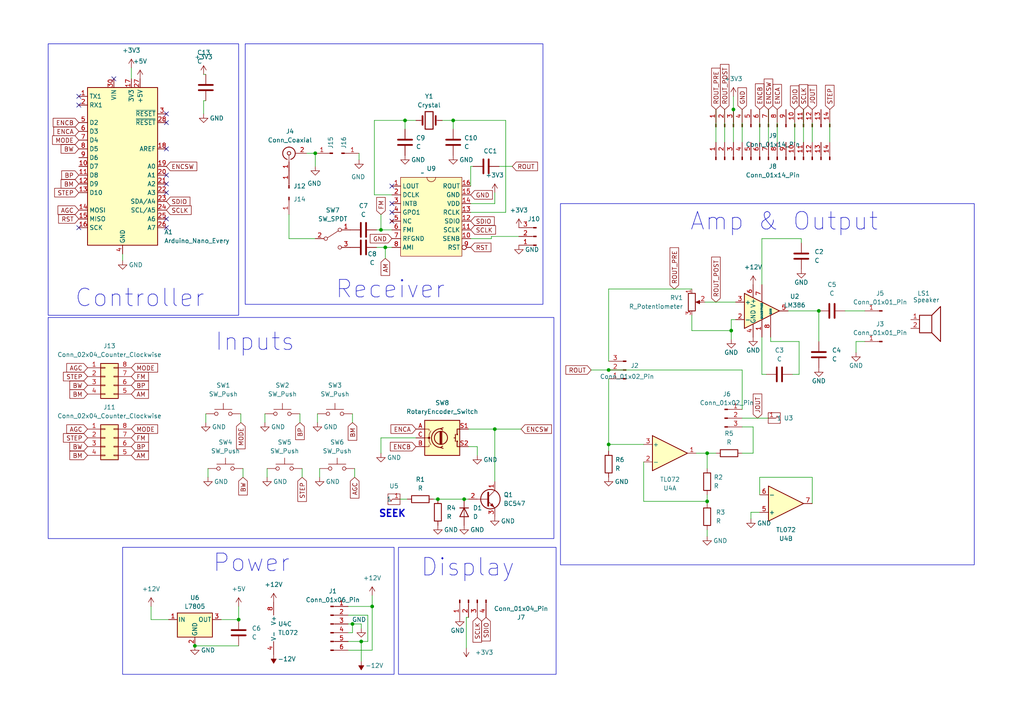
<source format=kicad_sch>
(kicad_sch (version 20250114) (generator "eeschema") (generator_version "9.0")
  (paper "A4")
  (lib_symbols
    (symbol "Amplifier_Audio:LM386" (pin_names (offset 0.127))
      (property "Reference" "U" (at 1.27 7.62 0))
      (property "Value" "LM386" (at 1.27 5.08 0))
      (symbol "LM386_1_1"
        (pin input line (at -7.62 2.54 0) (length 2.54) (name "+") (number "3"))
        (pin input line (at -7.62 -2.54 0) (length 2.54) (name "-") (number "2"))
        (pin power_in line (at -2.54 7.62 270) (length 3.81) (name "V+") (number "6"))
        (pin power_in line (at -2.54 -7.62 90) (length 3.81) (name "GND") (number "4"))
        (pin input line (at 0 7.62 270) (length 5.08) (name "BYPASS") (number "7"))
        (pin input line (at 0 -7.62 90) (length 5.08) (name "GAIN") (number "1"))
        (pin input line (at 2.54 -7.62 90) (length 6.35) (name "GAIN") (number "8"))
        (pin output line (at 7.62 0 180) (length 2.54) (name "~") (number "5"))
      )
    )
    (symbol "Amplifier_Operational:TL072" (pin_names (offset 0.127))
      (property "Reference" "U" (at 0 5.08 0))
      (property "Value" "TL072" (at 0 -5.08 0))
      (symbol "TL072_1_1"
        (pin input line (at -7.62 2.54 0) (length 2.54) (name "+") (number "3"))
        (pin input line (at -7.62 -2.54 0) (length 2.54) (name "-") (number "2"))
        (pin output line (at 7.62 0 180) (length 2.54) (name "~") (number "1"))
      )
      (symbol "TL072_2_1"
        (pin input line (at -7.62 2.54 0) (length 2.54) (name "+") (number "5"))
        (pin input line (at -7.62 -2.54 0) (length 2.54) (name "-") (number "6"))
        (pin output line (at 7.62 0 180) (length 2.54) (name "~") (number "7"))
      )
      (symbol "TL072_3_1"
        (pin power_in line (at -2.54 7.62 270) (length 3.81) (name "V+") (number "8"))
        (pin power_in line (at -2.54 -7.62 90) (length 3.81) (name "V-") (number "4"))
      )
    )
    (symbol "Connector:Conn_01x01_Pin" (pin_names (offset 1.016) (hide yes))
      (property "Reference" "J" (at 0 2.54 0))
      (property "Value" "Conn_01x01_Pin" (at 0 -2.54 0))
      (symbol "Conn_01x01_Pin_1_1"
        (pin passive line (at 5.08 0 180) (length 3.81) (name "Pin_1") (number "1"))
      )
    )
    (symbol "Connector:Conn_01x03_Pin" (pin_names (offset 1.016) (hide yes))
      (property "Reference" "J" (at 0 5.08 0))
      (property "Value" "Conn_01x03_Pin" (at 0 -5.08 0))
      (symbol "Conn_01x03_Pin_1_1"
        (pin passive line (at 5.08 2.54 180) (length 3.81) (name "Pin_1") (number "1"))
        (pin passive line (at 5.08 0 180) (length 3.81) (name "Pin_2") (number "2"))
        (pin passive line (at 5.08 -2.54 180) (length 3.81) (name "Pin_3") (number "3"))
      )
    )
    (symbol "Connector:Conn_01x04_Pin" (pin_names (offset 1.016) (hide yes))
      (property "Reference" "J" (at 0 5.08 0))
      (property "Value" "Conn_01x04_Pin" (at 0 -7.62 0))
      (symbol "Conn_01x04_Pin_1_1"
        (pin passive line (at 5.08 2.54 180) (length 3.81) (name "Pin_1") (number "1"))
        (pin passive line (at 5.08 0 180) (length 3.81) (name "Pin_2") (number "2"))
        (pin passive line (at 5.08 -2.54 180) (length 3.81) (name "Pin_3") (number "3"))
        (pin passive line (at 5.08 -5.08 180) (length 3.81) (name "Pin_4") (number "4"))
      )
    )
    (symbol "Connector:Conn_01x06_Pin" (pin_names (offset 1.016) (hide yes))
      (property "Reference" "J" (at 0 7.62 0))
      (property "Value" "Conn_01x06_Pin" (at 0 -10.16 0))
      (symbol "Conn_01x06_Pin_1_1"
        (pin passive line (at 5.08 5.08 180) (length 3.81) (name "Pin_1") (number "1"))
        (pin passive line (at 5.08 2.54 180) (length 3.81) (name "Pin_2") (number "2"))
        (pin passive line (at 5.08 0 180) (length 3.81) (name "Pin_3") (number "3"))
        (pin passive line (at 5.08 -2.54 180) (length 3.81) (name "Pin_4") (number "4"))
        (pin passive line (at 5.08 -5.08 180) (length 3.81) (name "Pin_5") (number "5"))
        (pin passive line (at 5.08 -7.62 180) (length 3.81) (name "Pin_6") (number "6"))
      )
    )
    (symbol "Connector:Conn_01x14_Pin" (pin_names (offset 1.016) (hide yes))
      (property "Reference" "J" (at 0 17.78 0))
      (property "Value" "Conn_01x14_Pin" (at 0 -20.32 0))
      (symbol "Conn_01x14_Pin_1_1"
        (pin passive line (at 5.08 15.24 180) (length 3.81) (name "Pin_1") (number "1"))
        (pin passive line (at 5.08 12.7 180) (length 3.81) (name "Pin_2") (number "2"))
        (pin passive line (at 5.08 10.16 180) (length 3.81) (name "Pin_3") (number "3"))
        (pin passive line (at 5.08 7.62 180) (length 3.81) (name "Pin_4") (number "4"))
        (pin passive line (at 5.08 5.08 180) (length 3.81) (name "Pin_5") (number "5"))
        (pin passive line (at 5.08 2.54 180) (length 3.81) (name "Pin_6") (number "6"))
        (pin passive line (at 5.08 0 180) (length 3.81) (name "Pin_7") (number "7"))
        (pin passive line (at 5.08 -2.54 180) (length 3.81) (name "Pin_8") (number "8"))
        (pin passive line (at 5.08 -5.08 180) (length 3.81) (name "Pin_9") (number "9"))
        (pin passive line (at 5.08 -7.62 180) (length 3.81) (name "Pin_10") (number "10"))
        (pin passive line (at 5.08 -10.16 180) (length 3.81) (name "Pin_11") (number "11"))
        (pin passive line (at 5.08 -12.7 180) (length 3.81) (name "Pin_12") (number "12"))
        (pin passive line (at 5.08 -15.24 180) (length 3.81) (name "Pin_13") (number "13"))
        (pin passive line (at 5.08 -17.78 180) (length 3.81) (name "Pin_14") (number "14"))
      )
    )
    (symbol "Connector:Conn_Coaxial" (pin_names (offset 1.016) (hide yes))
      (property "Reference" "J" (at 0.254 3.048 0))
      (property "Value" "Conn_Coaxial" (at 2.921 0 90))
      (symbol "Conn_Coaxial_1_1"
        (pin passive line (at -5.08 0 0) (length 2.54) (name "In") (number "1"))
        (pin passive line (at 0 -5.08 90) (length 2.54) (name "Ext") (number "2"))
      )
    )
    (symbol "Connector_Generic:Conn_02x04_Counter_Clockwise" (pin_names (offset 1.016) (hide yes))
      (property "Reference" "J" (at 1.27 5.08 0))
      (property "Value" "Conn_02x04_Counter_Clockwise" (at 1.27 -7.62 0))
      (symbol "Conn_02x04_Counter_Clockwise_1_1"
        (pin passive line (at -5.08 2.54 0) (length 3.81) (name "Pin_1") (number "1"))
        (pin passive line (at -5.08 0 0) (length 3.81) (name "Pin_2") (number "2"))
        (pin passive line (at -5.08 -2.54 0) (length 3.81) (name "Pin_3") (number "3"))
        (pin passive line (at -5.08 -5.08 0) (length 3.81) (name "Pin_4") (number "4"))
        (pin passive line (at 7.62 2.54 180) (length 3.81) (name "Pin_8") (number "8"))
        (pin passive line (at 7.62 0 180) (length 3.81) (name "Pin_7") (number "7"))
        (pin passive line (at 7.62 -2.54 180) (length 3.81) (name "Pin_6") (number "6"))
        (pin passive line (at 7.62 -5.08 180) (length 3.81) (name "Pin_5") (number "5"))
      )
    )
    (symbol "Device:C" (pin_numbers (hide yes)) (pin_names (offset 0.254))
      (property "Reference" "C" (at 0.635 2.54 0))
      (property "Value" "C" (at 0.635 -2.54 0))
      (symbol "C_1_1"
        (pin passive line (at 0 3.81 270) (length 2.794) (name "~") (number "1"))
        (pin passive line (at 0 -3.81 90) (length 2.794) (name "~") (number "2"))
      )
    )
    (symbol "Device:Crystal" (pin_numbers (hide yes)) (pin_names (offset 1.016) (hide yes))
      (property "Reference" "Y" (at 0 3.81 0))
      (property "Value" "Crystal" (at 0 -3.81 0))
      (symbol "Crystal_1_1"
        (pin passive line (at -3.81 0 0) (length 1.27) (name "1") (number "1"))
        (pin passive line (at 3.81 0 180) (length 1.27) (name "2") (number "2"))
      )
    )
    (symbol "Device:D" (pin_numbers (hide yes)) (pin_names (offset 1.016) (hide yes))
      (property "Reference" "D" (at 0 2.54 0))
      (property "Value" "D" (at 0 -2.54 0))
      (symbol "D_1_1"
        (pin passive line (at -3.81 0 0) (length 2.54) (name "K") (number "1"))
        (pin passive line (at 3.81 0 180) (length 2.54) (name "A") (number "2"))
      )
    )
    (symbol "Device:R" (pin_numbers (hide yes)) (pin_names (offset 0))
      (property "Reference" "R" (at 2.032 0 90))
      (property "Value" "R" (at 0 0 90))
      (symbol "R_1_1"
        (pin passive line (at 0 3.81 270) (length 1.27) (name "~") (number "1"))
        (pin passive line (at 0 -3.81 90) (length 1.27) (name "~") (number "2"))
      )
    )
    (symbol "Device:R_Potentiometer" (pin_names (offset 1.016) (hide yes))
      (property "Reference" "RV" (at -4.445 0 90))
      (property "Value" "R_Potentiometer" (at -2.54 0 90))
      (symbol "R_Potentiometer_1_1"
        (pin passive line (at 0 3.81 270) (length 1.27) (name "1") (number "1"))
        (pin passive line (at 0 -3.81 90) (length 1.27) (name "3") (number "3"))
        (pin passive line (at 3.81 0 180) (length 1.27) (name "2") (number "2"))
      )
    )
    (symbol "Device:RotaryEncoder_Switch" (pin_names (offset 0.254) (hide yes))
      (property "Reference" "SW" (at 0 6.604 0))
      (property "Value" "RotaryEncoder_Switch" (at 0 -6.604 0))
      (symbol "RotaryEncoder_Switch_1_1"
        (pin passive line (at -7.62 2.54 0) (length 2.54) (name "A") (number "A"))
        (pin passive line (at -7.62 0 0) (length 2.54) (name "C") (number "C"))
        (pin passive line (at -7.62 -2.54 0) (length 2.54) (name "B") (number "B"))
        (pin passive line (at 7.62 2.54 180) (length 2.54) (name "S1") (number "S1"))
        (pin passive line (at 7.62 -2.54 180) (length 2.54) (name "S2") (number "S2"))
      )
    )
    (symbol "Device:Speaker" (pin_names (offset 0) (hide yes))
      (property "Reference" "LS" (at 1.27 5.715 0))
      (property "Value" "Speaker" (at 1.27 3.81 0))
      (symbol "Speaker_1_1"
        (pin input line (at -5.08 0 0) (length 2.54) (name "1") (number "1"))
        (pin input line (at -5.08 -2.54 0) (length 2.54) (name "2") (number "2"))
      )
    )
    (symbol "HEJ:Aux_flush"
      (property "Reference" "U" (at -0.0508 5.3848 0))
      (symbol "Aux_flush_1_1"
        (pin bidirectional line (at 1.7272 0 180) (length 2) (name "1") (number "1"))
      )
    )
    (symbol "HEJ:SI4732"
      (property "Reference" "U" (at 0 6.35 0))
      (symbol "SI4732_1_1"
        (pin input line (at -11.43 1.27 0) (length 2.54) (name "LOUT") (number "1"))
        (pin input line (at -11.43 -1.27 0) (length 2.54) (name "DCLK") (number "2"))
        (pin input line (at -11.43 -3.81 0) (length 2.54) (name "INTB") (number "3"))
        (pin input line (at -11.43 -6.35 0) (length 2.54) (name "GPO1") (number "4"))
        (pin no_connect line (at -11.43 -8.89 0) (length 2.54) (name "NC") (number "5"))
        (pin input line (at -11.43 -11.43 0) (length 2.54) (name "FMI") (number "6"))
        (pin input line (at -11.43 -13.97 0) (length 2.54) (name "RFGND") (number "7"))
        (pin input line (at -11.43 -16.51 0) (length 2.54) (name "AMI") (number "8"))
        (pin input line (at 11.43 1.27 180) (length 2.54) (name "ROUT") (number "16"))
        (pin input line (at 11.43 -1.27 180) (length 2.54) (name "GND") (number "15"))
        (pin input line (at 11.43 -3.81 180) (length 2.54) (name "VDD") (number "14"))
        (pin input line (at 11.43 -6.35 180) (length 2.54) (name "RCLK") (number "13"))
        (pin input line (at 11.43 -8.89 180) (length 2.54) (name "SDIO") (number "12"))
        (pin input line (at 11.43 -11.43 180) (length 2.54) (name "SCLK") (number "11"))
        (pin input line (at 11.43 -13.97 180) (length 2.54) (name "SENB") (number "10"))
        (pin input inverted (at 11.43 -16.51 180) (length 2.54) (name "RST") (number "9"))
      )
    )
    (symbol "MCU_Module:Arduino_Nano_Every"
      (property "Reference" "A" (at -10.16 23.495 0))
      (property "Value" "Arduino_Nano_Every" (at 5.08 -24.13 0))
      (symbol "Arduino_Nano_Every_1_1"
        (pin bidirectional line (at -12.7 20.32 0) (length 2.54) (name "TX1") (number "1"))
        (pin bidirectional line (at -12.7 17.78 0) (length 2.54) (name "RX1") (number "2"))
        (pin bidirectional line (at -12.7 12.7 0) (length 2.54) (name "D2") (number "5"))
        (pin bidirectional line (at -12.7 10.16 0) (length 2.54) (name "D3") (number "6"))
        (pin bidirectional line (at -12.7 7.62 0) (length 2.54) (name "D4") (number "7"))
        (pin bidirectional line (at -12.7 5.08 0) (length 2.54) (name "D5") (number "8"))
        (pin bidirectional line (at -12.7 2.54 0) (length 2.54) (name "D6") (number "9"))
        (pin bidirectional line (at -12.7 0 0) (length 2.54) (name "D7") (number "10"))
        (pin bidirectional line (at -12.7 -2.54 0) (length 2.54) (name "D8") (number "11"))
        (pin bidirectional line (at -12.7 -5.08 0) (length 2.54) (name "D9") (number "12"))
        (pin bidirectional line (at -12.7 -7.62 0) (length 2.54) (name "D10") (number "13"))
        (pin bidirectional line (at -12.7 -12.7 0) (length 2.54) (name "MOSI") (number "14"))
        (pin bidirectional line (at -12.7 -15.24 0) (length 2.54) (name "MISO") (number "15"))
        (pin bidirectional line (at -12.7 -17.78 0) (length 2.54) (name "SCK") (number "16"))
        (pin power_in line (at -2.54 25.4 270) (length 2.54) (name "VIN") (number "30"))
        (pin passive line (at 0 -25.4 90) (length 2.54) (hide yes) (name "GND") (number "29"))
        (pin power_in line (at 0 -25.4 90) (length 2.54) (name "GND") (number "4"))
        (pin power_out line (at 2.54 25.4 270) (length 2.54) (name "3V3") (number "17"))
        (pin power_out line (at 5.08 25.4 270) (length 2.54) (name "+5V") (number "27"))
        (pin input line (at 12.7 15.24 180) (length 2.54) (name "~{RESET}") (number "3"))
        (pin input line (at 12.7 12.7 180) (length 2.54) (name "~{RESET}") (number "28"))
        (pin input line (at 12.7 5.08 180) (length 2.54) (name "AREF") (number "18"))
        (pin bidirectional line (at 12.7 0 180) (length 2.54) (name "A0") (number "19"))
        (pin bidirectional line (at 12.7 -2.54 180) (length 2.54) (name "A1") (number "20"))
        (pin bidirectional line (at 12.7 -5.08 180) (length 2.54) (name "A2") (number "21"))
        (pin bidirectional line (at 12.7 -7.62 180) (length 2.54) (name "A3") (number "22"))
        (pin bidirectional line (at 12.7 -10.16 180) (length 2.54) (name "SDA/A4") (number "23"))
        (pin bidirectional line (at 12.7 -12.7 180) (length 2.54) (name "SCL/A5") (number "24"))
        (pin bidirectional line (at 12.7 -15.24 180) (length 2.54) (name "A6") (number "25"))
        (pin bidirectional line (at 12.7 -17.78 180) (length 2.54) (name "A7") (number "26"))
      )
    )
    (symbol "Regulator_Linear:L7805" (pin_names (offset 0.254))
      (property "Reference" "U" (at -3.81 3.175 0))
      (property "Value" "L7805" (at 0 3.175 0))
      (symbol "L7805_1_1"
        (pin power_in line (at -7.62 0 0) (length 2.54) (name "IN") (number "1"))
        (pin power_in line (at 0 -7.62 90) (length 2.54) (name "GND") (number "2"))
        (pin power_out line (at 7.62 0 180) (length 2.54) (name "OUT") (number "3"))
      )
    )
    (symbol "Switch:SW_Push" (pin_numbers (hide yes)) (pin_names (offset 1.016) (hide yes))
      (property "Reference" "SW" (at 1.27 2.54 0))
      (property "Value" "SW_Push" (at 0 -1.524 0))
      (symbol "SW_Push_0_1"
        (pin passive line (at -5.08 0 0) (length 2.54) (name "1") (number "1"))
        (pin passive line (at 5.08 0 180) (length 2.54) (name "2") (number "2"))
      )
    )
    (symbol "Switch:SW_SPDT" (pin_names (offset 0) (hide yes))
      (property "Reference" "SW" (at 0 4.318 0))
      (property "Value" "SW_SPDT" (at 0 -5.08 0))
      (symbol "SW_SPDT_1_1"
        (pin passive line (at -5.08 0 0) (length 2.54) (name "B") (number "2"))
        (pin passive line (at 5.08 2.54 180) (length 2.54) (name "A") (number "1"))
        (pin passive line (at 5.08 -2.54 180) (length 2.54) (name "C") (number "3"))
      )
    )
    (symbol "Transistor_BJT:BC547" (pin_names (offset 0) (hide yes))
      (property "Reference" "Q" (at 5.08 1.905 0))
      (property "Value" "BC547" (at 5.08 0 0))
      (symbol "BC547_1_1"
        (pin input line (at -5.08 0 0) (length 2.54) (name "B") (number "2"))
        (pin passive line (at 2.54 5.08 270) (length 2.54) (name "C") (number "1"))
        (pin passive line (at 2.54 -5.08 90) (length 2.54) (name "E") (number "3"))
      )
    )
    (symbol "power:+12V" (power) (pin_names (offset 0))
      (property "Value" "+12V" (at 0 3.556 0))
      (symbol "+12V_1_1"
        (pin power_in line (at 0 0 90) (length 0) (hide yes) (name "+12V") (number "1"))
      )
    )
    (symbol "power:+3V3" (power) (pin_names (offset 0))
      (property "Value" "+3V3" (at 0 3.556 0))
      (symbol "+3V3_1_1"
        (pin power_in line (at 0 0 90) (length 0) (hide yes) (name "+3V3") (number "1"))
      )
    )
    (symbol "power:+5V" (power) (pin_names (offset 0))
      (property "Value" "+5V" (at 0 3.556 0))
      (symbol "+5V_1_1"
        (pin power_in line (at 0 0 90) (length 0) (hide yes) (name "+5V") (number "1"))
      )
    )
    (symbol "power:-12V" (power) (pin_names (offset 0))
      (property "Value" "-12V" (at 0 3.81 0))
      (symbol "-12V_0_0"
        (pin power_in line (at 0 0 90) (length 0) (hide yes) (name "-12V") (number "1"))
      )
    )
    (symbol "power:GND" (power) (pin_names (offset 0))
      (property "Value" "GND" (at 0 -3.81 0))
      (symbol "GND_1_1"
        (pin power_in line (at 0 0 270) (length 0) (hide yes) (name "GND") (number "1"))
      )
    )
  )
  (rectangle (start 13.97 92.075) (end 160.655 156.21))
  (rectangle (start 35.56 158.75) (end 114.3 195.58))
  (rectangle (start 71.12 12.7) (end 157.48 88.265))
  (rectangle (start 162.56 59.055) (end 282.575 163.83))
  (rectangle (start 13.97 12.7) (end 69.215 91.44))
  (rectangle (start 115.57 158.75) (end 161.29 195.58))
  (text "SEEK\n" (at 113.792 149.098 0) (effects (font (size 2 2) (thickness 0.4) (bold yes))))
  (text "Power\n" (at 61.595 166.37 0) (effects (font (size 5.08 5.08)) (justify left bottom)))
  (text "Display\n" (at 121.92 167.64 0) (effects (font (size 5.08 5.08)) (justify left bottom)))
  (text "Amp & Output" (at 200.025 67.31 0) (effects (font (size 5.08 5.08)) (justify left bottom)))
  (text "Controller\n" (at 21.59 89.535 0) (effects (font (size 5.08 5.08)) (justify left bottom)))
  (text "Inputs" (at 62.23 102.235 0) (effects (font (size 5.08 5.08)) (justify left bottom)))
  (text "Receiver\n" (at 97.155 86.995 0) (effects (font (size 5.08 5.08)) (justify left bottom)))
  (junction (at 110.49 66.675))
  (junction (at 131.445 34.925))
  (junction (at 104.775 186.055))
  (junction (at 212.725 31.75))
  (junction (at 56.515 187.325))
  (junction (at 237.49 90.17))
  (junction (at 91.44 44.45))
  (junction (at 127 144.78))
  (junction (at 117.475 34.925))
  (junction (at 102.235 180.975))
  (junction (at 176.53 128.905))
  (junction (at 143.51 124.46))
  (junction (at 69.215 179.705))
  (junction (at 134.62 144.78))
  (junction (at 205.105 131.445))
  (junction (at 111.76 71.755))
  (junction (at 205.105 145.415))
  (junction (at 107.95 175.895))
  (junction (at 176.53 107.315))
  (junction (at 212.09 95.885))
  (no_connect (at 113.665 61.595))
  (no_connect (at 48.26 55.88))
  (no_connect (at 48.26 35.56))
  (no_connect (at 33.02 22.86))
  (no_connect (at 22.86 30.48))
  (no_connect (at 113.665 64.135))
  (no_connect (at 48.26 66.04))
  (no_connect (at 48.26 63.5))
  (no_connect (at 22.86 27.94))
  (no_connect (at 48.26 50.8))
  (no_connect (at 113.665 53.975))
  (no_connect (at 48.26 53.34))
  (no_connect (at 48.26 43.18))
  (no_connect (at 113.665 59.055))
  (no_connect (at 48.26 33.02))
  (no_connect (at 22.86 66.04))
  (wire (pts (xy 92.71 138.43) (xy 92.71 135.89)))
  (wire (pts (xy 146.685 61.595) (xy 146.685 34.925)))
  (wire (pts (xy 102.235 183.515) (xy 102.235 180.975)))
  (wire (pts (xy 102.235 122.555) (xy 102.235 120.015)))
  (wire (pts (xy 135.255 179.07) (xy 135.89 179.07)))
  (wire (pts (xy 59.055 29.21) (xy 59.69 29.21)))
  (wire (pts (xy 143.51 139.7) (xy 143.51 124.46)))
  (wire (pts (xy 102.87 138.43) (xy 102.87 135.89)))
  (wire (pts (xy 77.47 138.43) (xy 77.47 135.89)))
  (wire (pts (xy 176.53 128.905) (xy 186.69 128.905)))
  (wire (pts (xy 136.525 61.595) (xy 146.685 61.595)))
  (wire (pts (xy 220.98 108.585) (xy 222.25 108.585)))
  (wire (pts (xy 56.515 187.325) (xy 69.215 187.325)))
  (wire (pts (xy 220.345 138.43) (xy 235.585 138.43)))
  (wire (pts (xy 235.585 138.43) (xy 235.585 146.05)))
  (wire (pts (xy 104.14 46.355) (xy 104.14 44.45)))
  (wire (pts (xy 110.49 131.445) (xy 110.49 127)))
  (wire (pts (xy 220.98 97.79) (xy 220.98 108.585)))
  (wire (pts (xy 215.265 31.75) (xy 215.265 41.275)))
  (wire (pts (xy 116.0272 144.78) (xy 118.11 144.78)))
  (wire (pts (xy 233.045 31.75) (xy 233.045 41.275)))
  (wire (pts (xy 100.965 178.435) (xy 106.68 178.435)))
  (wire (pts (xy 91.44 44.45) (xy 88.9 44.45)))
  (wire (pts (xy 107.95 175.895) (xy 107.95 172.72)))
  (wire (pts (xy 222.885 31.75) (xy 222.885 41.275)))
  (wire (pts (xy 100.965 188.595) (xy 107.95 188.595)))
  (wire (pts (xy 220.98 69.215) (xy 232.41 69.215)))
  (wire (pts (xy 138.43 129.54) (xy 135.89 129.54)))
  (wire (pts (xy 138.43 132.08) (xy 138.43 129.54)))
  (wire (pts (xy 248.285 99.06) (xy 250.825 99.06)))
  (wire (pts (xy 110.49 66.675) (xy 113.665 66.675)))
  (wire (pts (xy 207.645 31.75) (xy 207.645 41.275)))
  (wire (pts (xy 117.475 37.465) (xy 117.475 34.925)))
  (wire (pts (xy 136.525 48.26) (xy 137.16 48.26)))
  (wire (pts (xy 176.53 83.82) (xy 176.53 104.775)))
  (wire (pts (xy 207.645 131.445) (xy 205.105 131.445)))
  (wire (pts (xy 186.69 145.415) (xy 186.69 133.985)))
  (wire (pts (xy 135.89 124.46) (xy 143.51 124.46)))
  (wire (pts (xy 215.265 131.445) (xy 218.44 131.445)))
  (wire (pts (xy 106.68 178.435) (xy 106.68 186.055)))
  (wire (pts (xy 205.105 146.05) (xy 205.105 145.415)))
  (wire (pts (xy 136.525 53.975) (xy 136.525 48.26)))
  (wire (pts (xy 223.52 99.06) (xy 231.775 99.06)))
  (wire (pts (xy 245.11 90.17) (xy 250.825 90.17)))
  (wire (pts (xy 70.485 138.43) (xy 70.485 135.89)))
  (wire (pts (xy 218.44 123.825) (xy 215.265 123.825)))
  (wire (pts (xy 136.525 69.215) (xy 142.5262 69.215)))
  (wire (pts (xy 232.41 69.215) (xy 232.41 70.485)))
  (wire (pts (xy 200.66 95.885) (xy 200.66 91.44)))
  (wire (pts (xy 212.725 27.94) (xy 212.725 31.75)))
  (wire (pts (xy 223.52 97.79) (xy 223.52 99.06)))
  (wire (pts (xy 83.82 62.23) (xy 83.82 69.215)))
  (wire (pts (xy 135.255 187.96) (xy 135.255 179.07)))
  (wire (pts (xy 228.6 90.17) (xy 237.49 90.17)))
  (wire (pts (xy 144.78 48.26) (xy 148.59 48.26)))
  (wire (pts (xy 212.725 31.75) (xy 212.725 41.275)))
  (wire (pts (xy 59.055 29.21) (xy 59.055 33.02)))
  (wire (pts (xy 143.51 59.055) (xy 136.525 59.055)))
  (wire (pts (xy 142.5262 69.215) (xy 142.5262 68.58)))
  (wire (pts (xy 86.995 122.555) (xy 86.995 120.015)))
  (wire (pts (xy 111.76 74.93) (xy 111.76 71.755)))
  (wire (pts (xy 76.835 122.555) (xy 76.835 120.015)))
  (wire (pts (xy 127 144.78) (xy 134.62 144.78)))
  (wire (pts (xy 107.95 188.595) (xy 107.95 175.895)))
  (wire (pts (xy 171.45 107.315) (xy 176.53 107.315)))
  (wire (pts (xy 218.44 131.445) (xy 218.44 123.825)))
  (wire (pts (xy 35.56 73.66) (xy 35.56 75.565)))
  (wire (pts (xy 125.73 144.78) (xy 127 144.78)))
  (wire (pts (xy 83.82 69.215) (xy 91.44 69.215)))
  (wire (pts (xy 205.105 143.51) (xy 205.105 145.415)))
  (wire (pts (xy 205.105 155.575) (xy 205.105 153.67)))
  (wire (pts (xy 111.76 71.755) (xy 109.22 71.755)))
  (wire (pts (xy 64.135 179.705) (xy 69.215 179.705)))
  (wire (pts (xy 59.055 21.59) (xy 59.69 21.59)))
  (wire (pts (xy 217.805 148.59) (xy 220.345 148.59)))
  (wire (pts (xy 235.585 31.75) (xy 235.585 41.275)))
  (wire (pts (xy 201.93 131.445) (xy 205.105 131.445)))
  (wire (pts (xy 108.585 56.515) (xy 108.585 34.925)))
  (wire (pts (xy 109.22 66.675) (xy 110.49 66.675)))
  (wire (pts (xy 230.505 31.75) (xy 230.505 41.275)))
  (wire (pts (xy 204.47 87.63) (xy 213.36 87.63)))
  (wire (pts (xy 142.5262 68.58) (xy 150.495 68.58)))
  (wire (pts (xy 134.62 144.78) (xy 135.89 144.78)))
  (wire (pts (xy 38.1 19.685) (xy 38.1 22.86)))
  (wire (pts (xy 220.345 143.51) (xy 220.345 138.43)))
  (wire (pts (xy 104.775 182.245) (xy 104.775 180.975)))
  (wire (pts (xy 102.235 180.975) (xy 100.965 180.975)))
  (wire (pts (xy 100.965 175.895) (xy 107.95 175.895)))
  (wire (pts (xy 176.53 107.315) (xy 215.265 107.315)))
  (wire (pts (xy 143.51 55.88) (xy 143.51 59.055)))
  (wire (pts (xy 210.185 31.75) (xy 210.185 41.275)))
  (wire (pts (xy 176.53 130.81) (xy 176.53 128.905)))
  (wire (pts (xy 69.215 179.705) (xy 69.215 175.895)))
  (wire (pts (xy 143.51 124.46) (xy 151.13 124.46)))
  (wire (pts (xy 87.63 138.43) (xy 87.63 135.89)))
  (wire (pts (xy 110.49 127) (xy 120.65 127)))
  (wire (pts (xy 69.85 122.555) (xy 69.85 120.015)))
  (wire (pts (xy 113.665 56.515) (xy 108.585 56.515)))
  (wire (pts (xy 225.425 31.75) (xy 225.425 41.275)))
  (wire (pts (xy 43.815 179.705) (xy 43.815 175.895)))
  (wire (pts (xy 231.775 99.06) (xy 231.775 108.585)))
  (wire (pts (xy 92.075 122.555) (xy 92.075 120.015)))
  (wire (pts (xy 59.69 122.555) (xy 59.69 120.015)))
  (wire (pts (xy 215.265 121.285) (xy 222.8088 121.285)))
  (wire (pts (xy 212.09 95.885) (xy 212.09 98.425)))
  (wire (pts (xy 237.49 90.17) (xy 237.49 99.06)))
  (wire (pts (xy 186.69 145.415) (xy 205.105 145.415)))
  (wire (pts (xy 231.775 108.585) (xy 229.87 108.585)))
  (wire (pts (xy 205.105 135.89) (xy 205.105 131.445)))
  (wire (pts (xy 102.235 180.975) (xy 104.775 180.975)))
  (wire (pts (xy 212.09 95.885) (xy 200.66 95.885)))
  (wire (pts (xy 48.895 179.705) (xy 43.815 179.705)))
  (wire (pts (xy 212.09 95.885) (xy 212.09 92.71)))
  (wire (pts (xy 104.775 186.055) (xy 104.775 191.77)))
  (wire (pts (xy 108.585 34.925) (xy 117.475 34.925)))
  (wire (pts (xy 104.775 186.055) (xy 100.965 186.055)))
  (wire (pts (xy 215.265 107.315) (xy 215.265 118.745)))
  (wire (pts (xy 117.475 34.925) (xy 120.65 34.925)))
  (wire (pts (xy 128.27 34.925) (xy 131.445 34.925)))
  (wire (pts (xy 212.09 92.71) (xy 213.36 92.71)))
  (wire (pts (xy 111.76 71.755) (xy 113.665 71.755)))
  (wire (pts (xy 220.98 82.55) (xy 220.98 69.215)))
  (wire (pts (xy 91.44 44.45) (xy 91.44 48.26)))
  (wire (pts (xy 131.445 34.925) (xy 131.445 37.465)))
  (wire (pts (xy 106.68 186.055) (xy 104.775 186.055)))
  (wire (pts (xy 110.49 62.23) (xy 110.49 66.675)))
  (wire (pts (xy 100.965 183.515) (xy 102.235 183.515)))
  (wire (pts (xy 176.53 109.855) (xy 176.53 128.905)))
  (wire (pts (xy 176.53 83.82) (xy 200.66 83.82)))
  (wire (pts (xy 220.345 31.75) (xy 220.345 41.275)))
  (wire (pts (xy 60.325 138.43) (xy 60.325 135.89)))
  (wire (pts (xy 240.665 31.75) (xy 240.665 41.275)))
  (wire (pts (xy 217.805 150.495) (xy 217.805 148.59)))
  (wire (pts (xy 146.685 34.925) (xy 131.445 34.925)))
  (wire (pts (xy 248.285 102.235) (xy 248.285 99.06)))
  (global_label "GND" (shape input) (at 215.265 31.75 90) (property "Intersheetrefs" "${INTERSHEET_REFS}" (effects (hide yes))))
  (global_label "FM" (shape input) (at 38.1 127 0) (property "Intersheetrefs" "${INTERSHEET_REFS}" (effects (hide yes))))
  (global_label "RST" (shape input) (at 22.86 63.5 180) (property "Intersheetrefs" "${INTERSHEET_REFS}" (effects (hide yes))))
  (global_label "ENCA" (shape input) (at 22.86 38.1 180) (property "Intersheetrefs" "${INTERSHEET_REFS}" (effects (hide yes))))
  (global_label "BP" (shape input) (at 38.1 129.54 0) (property "Intersheetrefs" "${INTERSHEET_REFS}" (effects (hide yes))))
  (global_label "BW" (shape input) (at 70.485 138.43 270) (property "Intersheetrefs" "${INTERSHEET_REFS}" (effects (hide yes))))
  (global_label "BW" (shape input) (at 22.86 43.18 180) (property "Intersheetrefs" "${INTERSHEET_REFS}" (effects (hide yes))))
  (global_label "GND" (shape input) (at 136.525 56.515 0) (property "Intersheetrefs" "${INTERSHEET_REFS}" (effects (hide yes))))
  (global_label "FM" (shape input) (at 38.1 109.22 0) (property "Intersheetrefs" "${INTERSHEET_REFS}" (effects (hide yes))))
  (global_label "MODE" (shape input) (at 22.86 40.64 180) (property "Intersheetrefs" "${INTERSHEET_REFS}" (effects (hide yes))))
  (global_label "ROUT_PRE" (shape input) (at 195.58 83.82 90) (property "Intersheetrefs" "${INTERSHEET_REFS}" (effects (hide yes))))
  (global_label "STEP" (shape input) (at 87.63 138.43 270) (property "Intersheetrefs" "${INTERSHEET_REFS}" (effects (hide yes))))
  (global_label "MODE" (shape input) (at 38.1 106.68 0) (property "Intersheetrefs" "${INTERSHEET_REFS}" (effects (hide yes))))
  (global_label "ENCA" (shape input) (at 225.425 31.75 90) (property "Intersheetrefs" "${INTERSHEET_REFS}" (effects (hide yes))))
  (global_label "SCLK" (shape input) (at 138.43 179.07 270) (property "Intersheetrefs" "${INTERSHEET_REFS}" (effects (hide yes))))
  (global_label "AM" (shape input) (at 38.1 132.08 0) (property "Intersheetrefs" "${INTERSHEET_REFS}" (effects (hide yes))))
  (global_label "ROUT" (shape input) (at 171.45 107.315 180) (property "Intersheetrefs" "${INTERSHEET_REFS}" (effects (hide yes))))
  (global_label "ENCB" (shape input) (at 22.86 35.56 180) (property "Intersheetrefs" "${INTERSHEET_REFS}" (effects (hide yes))))
  (global_label "BP" (shape input) (at 22.86 50.8 180) (property "Intersheetrefs" "${INTERSHEET_REFS}" (effects (hide yes))))
  (global_label "AM" (shape input) (at 111.76 74.93 270) (property "Intersheetrefs" "${INTERSHEET_REFS}" (effects (hide yes))))
  (global_label "AGC" (shape input) (at 102.87 138.43 270) (property "Intersheetrefs" "${INTERSHEET_REFS}" (effects (hide yes))))
  (global_label "JOUT" (shape input) (at 235.585 31.75 90) (property "Intersheetrefs" "${INTERSHEET_REFS}" (effects (hide yes))))
  (global_label "GND" (shape input) (at 113.665 69.215 180) (property "Intersheetrefs" "${INTERSHEET_REFS}" (effects (hide yes))))
  (global_label "AM" (shape input) (at 38.1 114.3 0) (property "Intersheetrefs" "${INTERSHEET_REFS}" (effects (hide yes))))
  (global_label "SDIO" (shape input) (at 136.525 64.135 0) (property "Intersheetrefs" "${INTERSHEET_REFS}" (effects (hide yes))))
  (global_label "BM" (shape input) (at 22.86 53.34 180) (property "Intersheetrefs" "${INTERSHEET_REFS}" (effects (hide yes))))
  (global_label "SDIO" (shape input) (at 140.97 179.07 270) (property "Intersheetrefs" "${INTERSHEET_REFS}" (effects (hide yes))))
  (global_label "MODE" (shape input) (at 69.85 122.555 270) (property "Intersheetrefs" "${INTERSHEET_REFS}" (effects (hide yes))))
  (global_label "BM" (shape input) (at 25.4 114.3 180) (property "Intersheetrefs" "${INTERSHEET_REFS}" (effects (hide yes))))
  (global_label "AGC" (shape input) (at 25.4 106.68 180) (property "Intersheetrefs" "${INTERSHEET_REFS}" (effects (hide yes))))
  (global_label "MODE" (shape input) (at 38.1 124.46 0) (property "Intersheetrefs" "${INTERSHEET_REFS}" (effects (hide yes))))
  (global_label "JOUT" (shape input) (at 219.71 121.285 90) (property "Intersheetrefs" "${INTERSHEET_REFS}" (effects (hide yes))))
  (global_label "ROUT" (shape input) (at 148.59 48.26 0) (property "Intersheetrefs" "${INTERSHEET_REFS}" (effects (hide yes))))
  (global_label "BM" (shape input) (at 102.235 122.555 270) (property "Intersheetrefs" "${INTERSHEET_REFS}" (effects (hide yes))))
  (global_label "SCLK" (shape input) (at 136.525 66.675 0) (property "Intersheetrefs" "${INTERSHEET_REFS}" (effects (hide yes))))
  (global_label "STEP" (shape input) (at 240.665 31.75 90) (property "Intersheetrefs" "${INTERSHEET_REFS}" (effects (hide yes))))
  (global_label "ENCSW" (shape input) (at 222.885 31.75 90) (property "Intersheetrefs" "${INTERSHEET_REFS}" (effects (hide yes))))
  (global_label "BW" (shape input) (at 25.4 111.76 180) (property "Intersheetrefs" "${INTERSHEET_REFS}" (effects (hide yes))))
  (global_label "ROUT_POST" (shape input) (at 210.185 31.75 90) (property "Intersheetrefs" "${INTERSHEET_REFS}" (effects (hide yes))))
  (global_label "BP" (shape input) (at 86.995 122.555 270) (property "Intersheetrefs" "${INTERSHEET_REFS}" (effects (hide yes))))
  (global_label "AGC" (shape input) (at 22.86 60.96 180) (property "Intersheetrefs" "${INTERSHEET_REFS}" (effects (hide yes))))
  (global_label "FM" (shape input) (at 110.49 62.23 90) (property "Intersheetrefs" "${INTERSHEET_REFS}" (effects (hide yes))))
  (global_label "ENCB" (shape input) (at 120.65 129.54 180) (property "Intersheetrefs" "${INTERSHEET_REFS}" (effects (hide yes))))
  (global_label "BP" (shape input) (at 38.1 111.76 0) (property "Intersheetrefs" "${INTERSHEET_REFS}" (effects (hide yes))))
  (global_label "RST" (shape input) (at 136.525 71.755 0) (property "Intersheetrefs" "${INTERSHEET_REFS}" (effects (hide yes))))
  (global_label "ENCB" (shape input) (at 220.345 31.75 90) (property "Intersheetrefs" "${INTERSHEET_REFS}" (effects (hide yes))))
  (global_label "AGC" (shape input) (at 25.4 124.46 180) (property "Intersheetrefs" "${INTERSHEET_REFS}" (effects (hide yes))))
  (global_label "ENCA" (shape input) (at 120.65 124.46 180) (property "Intersheetrefs" "${INTERSHEET_REFS}" (effects (hide yes))))
  (global_label "BW" (shape input) (at 25.4 129.54 180) (property "Intersheetrefs" "${INTERSHEET_REFS}" (effects (hide yes))))
  (global_label "STEP" (shape input) (at 25.4 127 180) (property "Intersheetrefs" "${INTERSHEET_REFS}" (effects (hide yes))))
  (global_label "STEP" (shape input) (at 22.86 55.88 180) (property "Intersheetrefs" "${INTERSHEET_REFS}" (effects (hide yes))))
  (global_label "SDIO" (shape input) (at 48.26 58.42 0) (property "Intersheetrefs" "${INTERSHEET_REFS}" (effects (hide yes))))
  (global_label "ROUT_POST" (shape input) (at 207.645 87.63 90) (property "Intersheetrefs" "${INTERSHEET_REFS}" (effects (hide yes))))
  (global_label "SDIO" (shape input) (at 230.505 31.75 90) (property "Intersheetrefs" "${INTERSHEET_REFS}" (effects (hide yes))))
  (global_label "STEP" (shape input) (at 25.4 109.22 180) (property "Intersheetrefs" "${INTERSHEET_REFS}" (effects (hide yes))))
  (global_label "BM" (shape input) (at 25.4 132.08 180) (property "Intersheetrefs" "${INTERSHEET_REFS}" (effects (hide yes))))
  (global_label "ROUT_PRE" (shape input) (at 207.645 31.75 90) (property "Intersheetrefs" "${INTERSHEET_REFS}" (effects (hide yes))))
  (global_label "SCLK" (shape input) (at 48.26 60.96 0) (property "Intersheetrefs" "${INTERSHEET_REFS}" (effects (hide yes))))
  (global_label "SCLK" (shape input) (at 233.045 31.75 90) (property "Intersheetrefs" "${INTERSHEET_REFS}" (effects (hide yes))))
  (global_label "ENCSW" (shape input) (at 151.13 124.46 0) (property "Intersheetrefs" "${INTERSHEET_REFS}" (effects (hide yes))))
  (global_label "ENCSW" (shape input) (at 48.26 48.26 0) (property "Intersheetrefs" "${INTERSHEET_REFS}" (effects (hide yes))))
  (symbol (lib_id "power:GND") (at 134.62 152.4 0) (unit 1)
    (property "Reference" "#PWR08" (effects (hide yes)))
    (property "Value" "GND" (at 138.43 153.67 0))
  )
  (symbol (lib_id "HEJ:Aux_flush") (at 114.3 144.78 0) (unit 1)
    (property "Reference" "U5" (at 114.2746 140.97 0))
    (property "Value" "Aux_flush" (effects (hide yes)))
    (property "Footprint" "Library:3mm5 Mono Aux" (effects (hide yes)))
  )
  (symbol (lib_id "Connector_Generic:Conn_02x04_Counter_Clockwise") (at 30.48 109.22 0) (unit 1)
    (property "Reference" "J13" (at 31.75 100.33 0))
    (property "Value" "Conn_02x04_Counter_Clockwise" (at 31.75 102.87 0))
    (property "Footprint" "Connector_PinHeader_2.54mm:PinHeader_2x04_P2.54mm_Vertical" (effects (hide yes)))
    (property "Description" "Generic connector, double row, 02x04, counter clockwise pin numbering scheme (similar to DIP package numbering), script generated (kicad-library-utils/schlib/autogen/connector/)" (effects (hide yes)))
  )
  (symbol (lib_id "Device:C") (at 237.49 102.87 180) (unit 1)
    (property "Reference" "C4" (at 241.3 101.6 0) (effects (justify right)))
    (property "Value" "C" (at 241.3 104.14 0) (effects (justify right)))
    (property "Footprint" "Capacitor_THT:C_Rect_L7.0mm_W3.5mm_P5.00mm" (effects (hide yes)))
  )
  (symbol (lib_id "Connector:Conn_01x03_Pin") (at 210.185 121.285 0) (unit 1)
    (property "Reference" "J6" (at 210.82 114.3 0))
    (property "Value" "Conn_01x02_Pin" (at 210.82 116.84 0))
    (property "Footprint" "Connector_PinHeader_2.54mm:PinHeader_1x03_P2.54mm_Vertical" (effects (hide yes)))
  )
  (symbol (lib_id "Connector:Conn_01x01_Pin") (at 96.52 44.45 180) (unit 1)
    (property "Reference" "J15" (at 95.8849 43.18 90) (effects (justify right)))
    (property "Value" "Conn_01x01_Pin" (effects (hide yes)))
    (property "Footprint" "Connector_PinSocket_2.54mm:PinSocket_1x01_P2.54mm_Vertical" (effects (hide yes)))
  )
  (symbol (lib_id "Amplifier_Operational:TL072") (at 194.31 131.445 0) (unit 1)
    (property "Reference" "U4" (at 194.31 141.605 0))
    (property "Value" "TL072" (at 194.31 139.065 0))
    (property "Footprint" "Package_DIP:DIP-8_W7.62mm" (effects (hide yes)))
    (property "Datasheet" "http://www.ti.com/lit/ds/symlink/tl071.pdf" (effects (hide yes)))
  )
  (symbol (lib_id "Connector:Conn_01x01_Pin") (at 83.82 57.15 270) (unit 1)
    (property "Reference" "J14" (at 85.09 57.7849 90) (effects (justify left)))
    (property "Value" "Conn_01x01_Pin" (effects (hide yes)))
    (property "Footprint" "Connector_PinSocket_2.54mm:PinSocket_1x01_P2.54mm_Vertical" (effects (hide yes)))
  )
  (symbol (lib_id "Amplifier_Audio:LM386") (at 220.98 90.17 0) (unit 1)
    (property "Reference" "U2" (at 230.505 85.9791 0))
    (property "Value" "LM386" (at 230.505 88.5191 0))
    (property "Footprint" "Package_DIP:DIP-8_W7.62mm" (effects (hide yes)))
    (property "Datasheet" "http://www.ti.com/lit/ds/symlink/lm386.pdf" (effects (hide yes)))
  )
  (symbol (lib_id "Connector:Conn_01x14_Pin") (at 222.885 36.83 90) (unit 1)
    (property "Reference" "J9" (at 224.155 39.37 90))
    (property "Value" "Conn_01x14_Pin" (at 224.155 41.91 90))
    (property "Footprint" "Connector_PinSocket_2.54mm:PinSocket_1x14_P2.54mm_Vertical" (effects (hide yes)))
  )
  (symbol (lib_id "Device:Crystal") (at 124.46 34.925 0) (unit 1)
    (property "Reference" "Y1" (at 124.46 27.94 0))
    (property "Value" "Crystal" (at 124.46 30.48 0))
    (property "Footprint" "Crystal:Crystal_DS26_D2.0mm_L6.0mm_Vertical" (effects (hide yes)))
  )
  (symbol (lib_id "Device:C") (at 131.445 41.275 0) (unit 1)
    (property "Reference" "C10" (at 134.62 40.005 0) (effects (justify left)))
    (property "Value" "C" (at 134.62 42.545 0) (effects (justify left)))
    (property "Footprint" "Capacitor_THT:C_Rect_L7.0mm_W3.5mm_P5.00mm" (effects (hide yes)))
  )
  (symbol (lib_id "power:GND") (at 104.14 46.355 0) (unit 1)
    (property "Reference" "#PWR015" (effects (hide yes)))
    (property "Value" "GND" (at 103.886 51.308 0))
  )
  (symbol (lib_id "power:GND") (at 133.35 179.07 0) (unit 1)
    (property "Reference" "#PWR037" (effects (hide yes)))
    (property "Value" "GND" (at 132.715 182.88 0))
  )
  (symbol (lib_id "Connector_Generic:Conn_02x04_Counter_Clockwise") (at 30.48 127 0) (unit 1)
    (property "Reference" "J11" (at 31.75 118.11 0))
    (property "Value" "Conn_02x04_Counter_Clockwise" (at 31.75 120.65 0))
    (property "Footprint" "Connector_PinHeader_2.54mm:PinHeader_2x04_P2.54mm_Vertical" (effects (hide yes)))
    (property "Description" "Generic connector, double row, 02x04, counter clockwise pin numbering scheme (similar to DIP package numbering), script generated (kicad-library-utils/schlib/autogen/connector/)" (effects (hide yes)))
  )
  (symbol (lib_id "power:GND") (at 237.49 106.68 0) (unit 1)
    (property "Reference" "#PWR012" (effects (hide yes)))
    (property "Value" "GND" (at 237.49 110.49 0))
  )
  (symbol (lib_id "power:GND") (at 104.775 182.245 0) (unit 1)
    (property "Reference" "#PWR034" (effects (hide yes)))
    (property "Value" "GND" (at 104.14 179.705 0))
  )
  (symbol (lib_id "power:+12V") (at 107.95 172.72 0) (unit 1)
    (property "Reference" "#PWR032" (effects (hide yes)))
    (property "Value" "+12V" (at 107.95 167.64 0))
  )
  (symbol (lib_id "Device:R") (at 211.455 131.445 90) (unit 1)
    (property "Reference" "R5" (at 211.455 125.73 90))
    (property "Value" "R" (at 211.455 128.27 90))
    (property "Footprint" "Resistor_THT:R_Axial_DIN0207_L6.3mm_D2.5mm_P7.62mm_Horizontal" (effects (hide yes)))
  )
  (symbol (lib_id "power:GND") (at 138.43 132.08 0) (unit 1)
    (property "Reference" "#PWR026" (effects (hide yes)))
    (property "Value" "GND" (at 142.24 133.35 0))
  )
  (symbol (lib_id "Device:C") (at 140.97 48.26 90) (unit 1)
    (property "Reference" "C1" (at 142.875 43.815 90))
    (property "Value" "C" (at 140.97 43.815 90))
    (property "Footprint" "Capacitor_THT:C_Rect_L7.0mm_W3.5mm_P5.00mm" (effects (hide yes)))
  )
  (symbol (lib_id "power:GND") (at 35.56 75.565 0) (unit 1)
    (property "Reference" "#PWR019" (effects (hide yes)))
    (property "Value" "GND" (at 39.37 76.835 0))
  )
  (symbol (lib_id "Connector:Conn_01x01_Pin") (at 83.82 54.61 90) (unit 1)
    (property "Reference" "J12" (at 85.09 53.9749 90) (effects (justify right)))
    (property "Value" "Conn_01x01_Pin" (effects (hide yes)))
    (property "Footprint" "Connector_PinSocket_2.54mm:PinSocket_1x01_P2.54mm_Vertical" (effects (hide yes)))
  )
  (symbol (lib_id "Device:C") (at 59.69 25.4 0) (unit 1)
    (property "Reference" "C13" (at 57.15 15.24 0) (effects (justify left)))
    (property "Value" "C" (at 57.15 17.78 0) (effects (justify left)))
    (property "Footprint" "Capacitor_THT:C_Rect_L7.0mm_W3.5mm_P5.00mm" (effects (hide yes)))
  )
  (symbol (lib_id "Connector:Conn_01x04_Pin") (at 135.89 173.99 90) (mirror x) (unit 1)
    (property "Reference" "J7" (at 151.13 179.07 90))
    (property "Value" "Conn_01x04_Pin" (at 151.13 176.53 90))
    (property "Footprint" "Connector_PinSocket_2.54mm:PinSocket_1x04_P2.54mm_Vertical" (effects (hide yes)))
  )
  (symbol (lib_id "Switch:SW_Push") (at 64.77 120.015 0) (unit 1)
    (property "Reference" "SW1" (at 64.77 111.76 0))
    (property "Value" "SW_Push" (at 64.77 114.3 0))
    (property "Footprint" "Library:PushButton" (effects (hide yes)))
  )
  (symbol (lib_id "power:GND") (at 248.285 102.235 0) (unit 1)
    (property "Reference" "#PWR07" (effects (hide yes)))
    (property "Value" "GND" (at 248.285 106.045 0))
  )
  (symbol (lib_id "Device:R") (at 176.53 134.62 0) (unit 1)
    (property "Reference" "R6" (at 178.435 133.3499 0) (effects (justify left)))
    (property "Value" "R" (at 178.435 135.8899 0) (effects (justify left)))
    (property "Footprint" "Resistor_THT:R_Axial_DIN0207_L6.3mm_D2.5mm_P7.62mm_Horizontal" (effects (hide yes)))
  )
  (symbol (lib_id "Transistor_BJT:BC547") (at 140.97 144.78 0) (unit 1)
    (property "Reference" "Q1" (at 146.05 143.5099 0) (effects (justify left)))
    (property "Value" "BC547" (at 146.05 146.0499 0) (effects (justify left)))
    (property "Footprint" "Package_TO_SOT_THT:TO-92L_Inline_Wide" (effects (hide yes)))
    (property "Datasheet" "https://www.onsemi.com/pub/Collateral/BC550-D.pdf" (effects (hide yes)))
    (property "Description" "0.1A Ic, 45V Vce, Small Signal NPN Transistor, TO-92" (effects (hide yes)))
  )
  (symbol (lib_id "Device:C") (at 69.215 183.515 0) (unit 1)
    (property "Reference" "C6" (at 73.025 182.245 0) (effects (justify left)))
    (property "Value" "C" (at 73.025 184.785 0) (effects (justify left)))
    (property "Footprint" "Capacitor_THT:C_Rect_L7.0mm_W3.5mm_P5.00mm" (effects (hide yes)))
  )
  (symbol (lib_id "power:GND") (at 212.09 98.425 0) (unit 1)
    (property "Reference" "#PWR010" (effects (hide yes)))
    (property "Value" "GND" (at 212.09 102.235 0))
  )
  (symbol (lib_id "power:GND") (at 143.51 149.86 0) (unit 1)
    (property "Reference" "#PWR028" (effects (hide yes)))
    (property "Value" "GND" (at 147.32 151.13 0))
  )
  (symbol (lib_id "HEJ:SI4732") (at 125.095 55.245 0) (unit 1)
    (property "Reference" "U9" (at 125.095 48.895 0))
    (property "Value" "~" (at 122.555 50.165 0))
    (property "Footprint" "Package_SO:SOIC-16_4.55x10.3mm_P1.27mm" (effects (hide yes)))
  )
  (symbol (lib_id "Connector:Conn_01x01_Pin") (at 99.06 44.45 0) (unit 1)
    (property "Reference" "J16" (at 99.6949 43.18 90) (effects (justify left)))
    (property "Value" "Conn_01x01_Pin" (effects (hide yes)))
    (property "Footprint" "Connector_PinSocket_2.54mm:PinSocket_1x01_P2.54mm_Vertical" (effects (hide yes)))
  )
  (symbol (lib_id "Device:C") (at 105.41 71.755 270) (unit 1)
    (property "Reference" "C8" (at 107.95 73.66 90))
    (property "Value" "C" (at 107.95 76.2 90))
    (property "Footprint" "Capacitor_THT:C_Rect_L7.0mm_W3.5mm_P5.00mm" (effects (hide yes)))
  )
  (symbol (lib_id "Device:R") (at 121.92 144.78 90) (unit 1)
    (property "Reference" "R1" (at 121.92 139.065 90))
    (property "Value" "R" (at 121.92 141.605 90))
    (property "Footprint" "Resistor_THT:R_Axial_DIN0207_L6.3mm_D2.5mm_P7.62mm_Horizontal" (effects (hide yes)))
  )
  (symbol (lib_id "MCU_Module:Arduino_Nano_Every") (at 35.56 48.26 0) (unit 1)
    (property "Reference" "A1" (at 47.625 67.31 0) (effects (justify left)))
    (property "Value" "Arduino_Nano_Every" (at 47.625 69.85 0) (effects (justify left)))
    (property "Footprint" "Module:Arduino_Nano" (effects (hide yes)))
    (property "Datasheet" "https://content.arduino.cc/assets/NANOEveryV3.0_sch.pdf" (effects (hide yes)))
  )
  (symbol (lib_id "power:+3V3") (at 38.1 19.685 0) (unit 1)
    (property "Reference" "#PWR05" (effects (hide yes)))
    (property "Value" "+3V3" (at 38.1 14.605 0))
  )
  (symbol (lib_id "Device:Speaker") (at 269.24 92.71 0) (unit 1)
    (property "Reference" "LS1" (at 266.065 85.09 0) (effects (justify left)))
    (property "Value" "Speaker" (at 264.795 86.995 0) (effects (justify left)))
  )
  (symbol (lib_id "Amplifier_Operational:TL072") (at 81.915 182.245 0) (unit 3)
    (property "Reference" "U4" (at 80.645 180.975 0) (effects (justify left)))
    (property "Value" "TL072" (at 80.645 183.515 0) (effects (justify left)))
    (property "Footprint" "Package_DIP:DIP-8_W7.62mm" (effects (hide yes)))
    (property "Datasheet" "http://www.ti.com/lit/ds/symlink/tl071.pdf" (effects (hide yes)))
  )
  (symbol (lib_id "power:GND") (at 218.44 97.79 0) (unit 1)
    (property "Reference" "#PWR09" (effects (hide yes)))
    (property "Value" "GND" (at 218.44 101.6 0))
  )
  (symbol (lib_id "power:GND") (at 127 152.4 0) (unit 1)
    (property "Reference" "#PWR029" (effects (hide yes)))
    (property "Value" "GND" (at 130.81 153.67 0))
  )
  (symbol (lib_id "Device:C") (at 117.475 41.275 0) (unit 1)
    (property "Reference" "C9" (at 120.65 40.005 0) (effects (justify left)))
    (property "Value" "C" (at 120.65 42.545 0) (effects (justify left)))
    (property "Footprint" "Capacitor_THT:C_Rect_L7.0mm_W3.5mm_P5.00mm" (effects (hide yes)))
  )
  (symbol (lib_id "power:GND") (at 131.445 45.085 0) (unit 1)
    (property "Reference" "#PWR017" (effects (hide yes)))
    (property "Value" "GND" (at 135.255 46.355 0))
  )
  (symbol (lib_id "power:GND") (at 76.835 122.555 0) (unit 1)
    (property "Reference" "#PWR021" (effects (hide yes)))
    (property "Value" "GND" (at 80.645 123.825 0))
  )
  (symbol (lib_id "Device:R") (at 205.105 149.86 0) (unit 1)
    (property "Reference" "R3" (at 207.645 148.5899 0) (effects (justify left)))
    (property "Value" "R" (at 207.645 151.1299 0) (effects (justify left)))
    (property "Footprint" "Resistor_THT:R_Axial_DIN0207_L6.3mm_D2.5mm_P7.62mm_Horizontal" (effects (hide yes)))
    (property "Description" "Resistor" (effects (hide yes)))
  )
  (symbol (lib_id "power:GND") (at 59.69 122.555 0) (unit 1)
    (property "Reference" "#PWR020" (effects (hide yes)))
    (property "Value" "GND" (at 63.5 123.825 0))
  )
  (symbol (lib_id "Switch:SW_Push") (at 97.155 120.015 0) (unit 1)
    (property "Reference" "SW3" (at 97.155 111.76 0))
    (property "Value" "SW_Push" (at 97.155 114.3 0))
    (property "Footprint" "Library:PushButton" (effects (hide yes)))
  )
  (symbol (lib_id "Connector:Conn_01x03_Pin") (at 155.575 68.58 180) (unit 1)
    (property "Reference" "J10" (at 153.035 63.5 0) (effects (justify right)))
    (property "Value" "Conn_01x02_Pin" (effects (hide yes)))
    (property "Footprint" "Connector_PinHeader_2.54mm:PinHeader_1x03_P2.54mm_Vertical" (effects (hide yes)))
  )
  (symbol (lib_id "Switch:SW_Push") (at 82.55 135.89 0) (unit 1)
    (property "Reference" "SW5" (at 82.55 128.27 0))
    (property "Value" "SW_Push" (at 82.55 130.81 0))
    (property "Footprint" "Library:PushButton" (effects (hide yes)))
  )
  (symbol (lib_id "power:GND") (at 232.41 78.105 0) (unit 1)
    (property "Reference" "#PWR011" (effects (hide yes)))
    (property "Value" "GND" (at 232.41 81.915 0))
  )
  (symbol (lib_id "Switch:SW_Push") (at 81.915 120.015 0) (unit 1)
    (property "Reference" "SW2" (at 81.915 111.76 0))
    (property "Value" "SW_Push" (at 81.915 114.3 0))
    (property "Footprint" "Library:PushButton" (effects (hide yes)))
  )
  (symbol (lib_id "Regulator_Linear:L7805") (at 56.515 179.705 0) (unit 1)
    (property "Reference" "U6" (at 56.515 173.355 0))
    (property "Value" "L7805" (at 56.515 175.895 0))
    (property "Footprint" "Package_TO_SOT_SMD:TO-252-3_TabPin2" (effects (hide yes)))
    (property "Datasheet" "http://www.st.com/content/ccc/resource/technical/document/datasheet/41/4f/b3/b0/12/d4/47/88/CD00000444.pdf/files/CD00000444.pdf/jcr:content/translations/en.CD00000444.pdf" (effects (hide yes)))
    (property "Description" "Positive 1.5A 35V Linear Regulator, Fixed Output 5V, TO-220/TO-263/TO-252" (effects (hide yes)))
  )
  (symbol (lib_id "power:GND") (at 59.055 33.02 0) (unit 1)
    (property "Reference" "#PWR043" (effects (hide yes)))
    (property "Value" "GND" (at 62.865 34.29 0))
  )
  (symbol (lib_id "Device:R") (at 205.105 139.7 0) (unit 1)
    (property "Reference" "R2" (at 207.01 138.4299 0) (effects (justify left)))
    (property "Value" "R" (at 207.01 140.9699 0) (effects (justify left)))
    (property "Footprint" "Resistor_THT:R_Axial_DIN0207_L6.3mm_D2.5mm_P7.62mm_Horizontal" (effects (hide yes)))
  )
  (symbol (lib_id "power:GND") (at 60.325 138.43 0) (unit 1)
    (property "Reference" "#PWR023" (effects (hide yes)))
    (property "Value" "GND" (at 64.135 139.7 0))
  )
  (symbol (lib_id "power:GND") (at 92.075 122.555 0) (unit 1)
    (property "Reference" "#PWR022" (effects (hide yes)))
    (property "Value" "GND" (at 95.885 123.825 0))
  )
  (symbol (lib_id "power:+12V") (at 218.44 82.55 0) (unit 1)
    (property "Reference" "#PWR039" (effects (hide yes)))
    (property "Value" "+12V" (at 218.44 77.47 0))
  )
  (symbol (lib_id "power:GND") (at 77.47 138.43 0) (unit 1)
    (property "Reference" "#PWR024" (effects (hide yes)))
    (property "Value" "GND" (at 81.28 139.7 0))
  )
  (symbol (lib_id "Device:R") (at 127 148.59 180) (unit 1)
    (property "Reference" "R4" (at 129.54 147.3199 0) (effects (justify right)))
    (property "Value" "R" (at 129.54 149.8599 0) (effects (justify right)))
    (property "Footprint" "Resistor_THT:R_Axial_DIN0207_L6.3mm_D2.5mm_P7.62mm_Horizontal" (effects (hide yes)))
  )
  (symbol (lib_id "power:-12V") (at 104.775 191.77 180) (unit 1)
    (property "Reference" "#PWR033" (effects (hide yes)))
    (property "Value" "-12V" (at 108.585 193.04 0))
  )
  (symbol (lib_id "power:GND") (at 150.495 71.12 0) (unit 1)
    (property "Reference" "#PWR044" (effects (hide yes)))
    (property "Value" "GND" (at 154.305 72.39 0))
  )
  (symbol (lib_id "power:GND") (at 92.71 138.43 0) (unit 1)
    (property "Reference" "#PWR025" (effects (hide yes)))
    (property "Value" "GND" (at 96.52 139.7 0))
  )
  (symbol (lib_id "power:+12V") (at 79.375 174.625 0) (unit 1)
    (property "Reference" "#PWR031" (effects (hide yes)))
    (property "Value" "+12V" (at 79.375 169.545 0))
  )
  (symbol (lib_id "Device:C") (at 241.3 90.17 270) (unit 1)
    (property "Reference" "C5" (at 241.3 82.55 90))
    (property "Value" "C" (at 241.3 85.09 90))
    (property "Footprint" "Capacitor_THT:C_Rect_L7.0mm_W3.5mm_P5.00mm" (effects (hide yes)))
  )
  (symbol (lib_id "Device:C") (at 226.06 108.585 270) (unit 1)
    (property "Reference" "C3" (at 226.06 101.6 90))
    (property "Value" "C" (at 226.06 104.14 90))
    (property "Footprint" "Capacitor_THT:C_Rect_L7.0mm_W3.5mm_P5.00mm" (effects (hide yes)))
  )
  (symbol (lib_id "power:GND") (at 91.44 48.26 0) (unit 1)
    (property "Reference" "#PWR040" (effects (hide yes)))
    (property "Value" "GND" (at 91.186 53.213 0))
  )
  (symbol (lib_id "Switch:SW_SPDT") (at 96.52 69.215 0) (unit 1)
    (property "Reference" "SW7" (at 96.52 60.96 0))
    (property "Value" "SW_SPDT" (at 96.52 63.5 0))
    (property "Footprint" "Library:Switch" (effects (hide yes)))
  )
  (symbol (lib_id "power:+12V") (at 43.815 175.895 0) (unit 1)
    (property "Reference" "#PWR02" (effects (hide yes)))
    (property "Value" "+12V" (at 43.815 170.815 0))
  )
  (symbol (lib_id "power:GND") (at 176.53 138.43 0) (unit 1)
    (property "Reference" "#PWR030" (effects (hide yes)))
    (property "Value" "GND" (at 180.34 139.7 0))
  )
  (symbol (lib_id "power:+5V") (at 40.64 22.86 0) (unit 1)
    (property "Reference" "#PWR014" (effects (hide yes)))
    (property "Value" "+5V" (at 40.64 17.78 0))
  )
  (symbol (lib_id "Connector:Conn_01x14_Pin") (at 222.885 46.355 90) (unit 1)
    (property "Reference" "J8" (at 224.155 48.26 90))
    (property "Value" "Conn_01x14_Pin" (at 224.155 50.8 90))
    (property "Footprint" "Connector_PinHeader_2.54mm:PinHeader_1x14_P2.54mm_Vertical" (effects (hide yes)))
  )
  (symbol (lib_id "power:+3V3") (at 59.055 21.59 0) (unit 1)
    (property "Reference" "#PWR042" (effects (hide yes)))
    (property "Value" "+3V3" (at 59.055 16.51 0))
  )
  (symbol (lib_id "power:GND") (at 56.515 187.325 0) (unit 1)
    (property "Reference" "#PWR03" (effects (hide yes)))
    (property "Value" "GND" (at 60.325 188.595 0))
  )
  (symbol (lib_id "power:GND") (at 117.475 45.085 0) (unit 1)
    (property "Reference" "#PWR016" (effects (hide yes)))
    (property "Value" "GND" (at 121.285 46.355 0))
  )
  (symbol (lib_id "power:GND") (at 205.105 155.575 0) (unit 1)
    (property "Reference" "#PWR013" (effects (hide yes)))
    (property "Value" "GND" (at 208.915 156.845 0))
  )
  (symbol (lib_id "Amplifier_Operational:TL072") (at 227.965 146.05 0) (mirror x) (unit 2)
    (property "Reference" "U4" (at 227.965 156.21 0))
    (property "Value" "TL072" (at 227.965 153.67 0))
    (property "Footprint" "Package_DIP:DIP-8_W7.62mm" (effects (hide yes)))
    (property "Datasheet" "http://www.ti.com/lit/ds/symlink/tl071.pdf" (effects (hide yes)))
  )
  (symbol (lib_id "HEJ:Aux_flush") (at 224.536 121.285 180) (unit 1)
    (property "Reference" "U3" (at 227.33 121.2595 0) (effects (justify right)))
    (property "Value" "Aux_flush" (effects (hide yes)))
    (property "Footprint" "Library:3mm5 Mono Aux" (effects (hide yes)))
  )
  (symbol (lib_id "power:+3V3") (at 135.255 187.96 180) (unit 1)
    (property "Reference" "#PWR036" (effects (hide yes)))
    (property "Value" "+3V3" (at 137.795 189.23 0) (effects (justify right)))
  )
  (symbol (lib_id "Connector:Conn_01x01_Pin") (at 255.905 99.06 180) (unit 1)
    (property "Reference" "J3" (at 255.27 93.98 0))
    (property "Value" "Conn_01x01_Pin" (at 255.27 96.52 0))
    (property "Footprint" "Connector_PinSocket_2.54mm:PinSocket_1x01_P2.54mm_Vertical" (effects (hide yes)))
  )
  (symbol (lib_id "power:+3V3") (at 150.495 66.04 0) (unit 1)
    (property "Reference" "#PWR018" (effects (hide yes)))
    (property "Value" "+3V3" (at 150.495 60.96 0))
  )
  (symbol (lib_id "Connector:Conn_01x01_Pin") (at 255.905 90.17 180) (unit 1)
    (property "Reference" "J5" (at 255.27 85.09 0))
    (property "Value" "Conn_01x01_Pin" (at 255.27 87.63 0))
    (property "Footprint" "Connector_PinSocket_2.54mm:PinSocket_1x01_P2.54mm_Vertical" (effects (hide yes)))
  )
  (symbol (lib_id "Device:R_Potentiometer") (at 200.66 87.63 0) (unit 1)
    (property "Reference" "RV1" (at 198.12 86.3599 0) (effects (justify right)))
    (property "Value" "R_Potentiometer" (at 198.12 88.8999 0) (effects (justify right)))
    (property "Footprint" "Library:AlpsPot" (effects (hide yes)))
    (property "Description" "Potentiometer" (effects (hide yes)))
  )
  (symbol (lib_id "power:GND") (at 217.805 150.495 0) (unit 1)
    (property "Reference" "#PWR035" (effects (hide yes)))
    (property "Value" "GND" (at 221.615 151.765 0))
  )
  (symbol (lib_id "Device:C") (at 105.41 66.675 270) (unit 1)
    (property "Reference" "C7" (at 105.41 59.69 90))
    (property "Value" "C" (at 105.41 62.23 90))
    (property "Footprint" "Capacitor_THT:C_Rect_L7.0mm_W3.5mm_P5.00mm" (effects (hide yes)))
  )
  (symbol (lib_id "Switch:SW_Push") (at 65.405 135.89 0) (unit 1)
    (property "Reference" "SW4" (at 65.405 128.27 0))
    (property "Value" "SW_Push" (at 65.405 130.81 0))
    (property "Footprint" "Library:PushButton" (effects (hide yes)))
  )
  (symbol (lib_id "power:GND") (at 110.49 131.445 0) (unit 1)
    (property "Reference" "#PWR027" (effects (hide yes)))
    (property "Value" "GND" (at 114.3 132.715 0))
  )
  (symbol (lib_id "Switch:SW_Push") (at 97.79 135.89 0) (unit 1)
    (property "Reference" "SW6" (at 97.79 128.27 0))
    (property "Value" "SW_Push" (at 97.79 130.81 0))
    (property "Footprint" "Library:PushButton" (effects (hide yes)))
  )
  (symbol (lib_id "power:+3V3") (at 143.51 55.88 0) (unit 1)
    (property "Reference" "#PWR06" (effects (hide yes)))
    (property "Value" "+3V3" (at 143.51 50.8 0))
  )
  (symbol (lib_id "Device:RotaryEncoder_Switch") (at 128.27 127 0) (unit 1)
    (property "Reference" "SW8" (at 128.27 116.84 0))
    (property "Value" "RotaryEncoder_Switch" (at 128.27 119.38 0))
    (property "Footprint" "Rotary_Encoder:RotaryEncoder_Alps_EC11E-Switch_Vertical_H20mm" (effects (hide yes)))
  )
  (symbol (lib_id "power:+3V3") (at 212.725 27.94 0) (unit 1)
    (property "Reference" "#PWR038" (effects (hide yes)))
    (property "Value" "+3V3" (at 212.725 22.86 0))
  )
  (symbol (lib_id "power:+5V") (at 69.215 175.895 0) (unit 1)
    (property "Reference" "#PWR04" (effects (hide yes)))
    (property "Value" "+5V" (at 69.215 170.815 0))
  )
  (symbol (lib_id "Device:D") (at 134.62 148.59 270) (unit 1)
    (property "Reference" "D1" (at 137.16 147.3199 90) (effects (justify left)))
    (property "Value" "D" (at 137.16 149.8599 90) (effects (justify left)))
    (property "Footprint" "Diode_THT:D_A-405_P7.62mm_Horizontal" (effects (hide yes)))
    (property "Description" "Diode" (effects (hide yes)))
    (property "Sim.Device" "D" (effects (hide yes)))
    (property "Sim.Pins" "1=K 2=A" (effects (hide yes)))
  )
  (symbol (lib_id "Connector:Conn_01x06_Pin") (at 95.885 180.975 0) (unit 1)
    (property "Reference" "J1" (at 96.52 171.45 0))
    (property "Value" "Conn_01x06_Pin" (at 96.52 173.99 0))
    (property "Footprint" "Connector_PinHeader_2.54mm:PinHeader_1x06_P2.54mm_Vertical" (effects (hide yes)))
  )
  (symbol (lib_id "power:-12V") (at 79.375 189.865 180) (unit 1)
    (property "Reference" "#PWR01" (effects (hide yes)))
    (property "Value" "-12V" (at 83.185 191.135 0))
  )
  (symbol (lib_id "Connector:Conn_01x03_Pin") (at 181.61 107.315 180) (unit 1)
    (property "Reference" "J2" (at 182.88 106.045 0) (effects (justify right)))
    (property "Value" "Conn_01x02_Pin" (at 173.99 109.22 0) (effects (justify right)))
    (property "Footprint" "Connector_PinHeader_2.54mm:PinHeader_1x03_P2.54mm_Vertical" (effects (hide yes)))
  )
  (symbol (lib_id "Connector:Conn_Coaxial") (at 83.82 44.45 90) (unit 1)
    (property "Reference" "J4" (at 84.1132 38.1 90))
    (property "Value" "Conn_Coaxial" (at 84.1132 40.64 90))
    (property "Footprint" "Connector_Coaxial:BNC_TEConnectivity_1478035_Horizontal" (effects (hide yes)))
    (property "Datasheet" " ~" (effects (hide yes)))
  )
  (symbol (lib_id "Device:C") (at 232.41 74.295 180) (unit 1)
    (property "Reference" "C2" (at 236.22 73.025 0) (effects (justify right)))
    (property "Value" "C" (at 236.22 75.565 0) (effects (justify right)))
    (property "Footprint" "Capacitor_THT:C_Rect_L7.0mm_W3.5mm_P5.00mm" (effects (hide yes)))
  )
)
</source>
